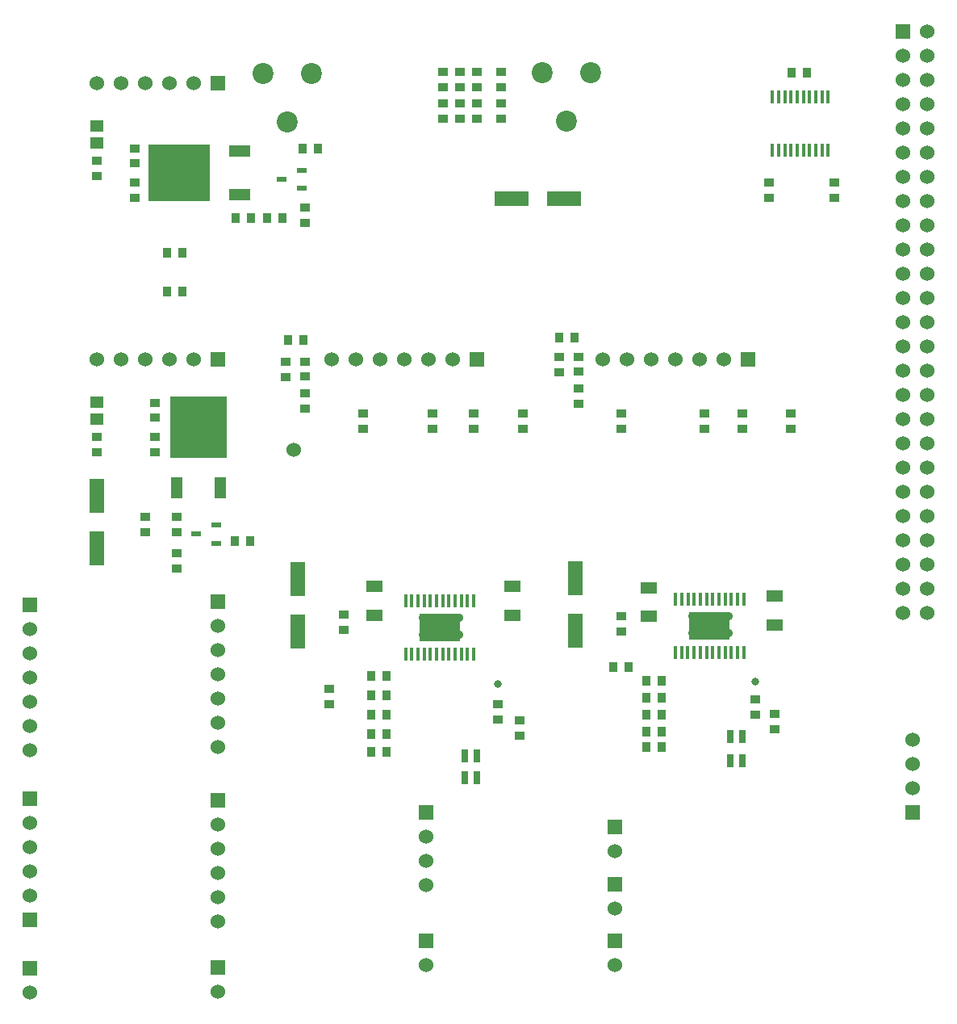
<source format=gts>
G04 (created by PCBNEW (2013-05-18 BZR 4017)-stable) date Wed 17 Dec 2014 21:04:04 GMT*
%MOIN*%
G04 Gerber Fmt 3.4, Leading zero omitted, Abs format*
%FSLAX34Y34*%
G01*
G70*
G90*
G04 APERTURE LIST*
%ADD10C,0.00590551*%
%ADD11R,0.0906X0.0512*%
%ADD12R,0.2559X0.2323*%
%ADD13C,0.0315*%
%ADD14R,0.0165X0.0579*%
%ADD15C,0.06*%
%ADD16R,0.0394X0.0236*%
%ADD17R,0.029X0.054*%
%ADD18R,0.0709X0.0453*%
%ADD19R,0.0374X0.0394*%
%ADD20R,0.0394X0.0374*%
%ADD21R,0.06X0.06*%
%ADD22R,0.0512X0.0906*%
%ADD23R,0.2323X0.2559*%
%ADD24R,0.1417X0.063*%
%ADD25R,0.063X0.1417*%
%ADD26R,0.0571X0.0453*%
%ADD27C,0.0866*%
%ADD28R,0.1701X0.1181*%
%ADD29C,0.0354*%
G04 APERTURE END LIST*
G54D10*
G54D11*
X41500Y-26400D03*
G54D12*
X39000Y-25500D03*
G54D11*
X41500Y-24600D03*
G54D13*
X52150Y-46600D03*
X62800Y-46500D03*
G54D14*
X64522Y-24552D03*
X64778Y-24552D03*
X65034Y-24552D03*
X65290Y-24552D03*
X63758Y-22350D03*
X63754Y-24552D03*
X64010Y-24552D03*
X64266Y-24552D03*
X65546Y-22348D03*
X65290Y-22348D03*
X65034Y-22348D03*
X64778Y-22348D03*
X64522Y-22348D03*
X64266Y-22348D03*
X65546Y-24552D03*
X64010Y-22350D03*
X63498Y-24552D03*
X65802Y-24552D03*
X65802Y-22348D03*
X63498Y-22348D03*
G54D15*
X43708Y-36904D03*
G54D16*
X40516Y-40775D03*
X39684Y-40400D03*
X40516Y-40025D03*
X44066Y-26125D03*
X43234Y-25750D03*
X44066Y-25375D03*
G54D17*
X50800Y-49550D03*
X51300Y-49550D03*
X62250Y-48750D03*
X61750Y-48750D03*
X62250Y-49750D03*
X61750Y-49750D03*
X50800Y-50450D03*
X51300Y-50450D03*
G54D18*
X52750Y-42559D03*
X52750Y-43741D03*
X47050Y-42559D03*
X47050Y-43741D03*
X63600Y-42959D03*
X63600Y-44141D03*
X58400Y-42609D03*
X58400Y-43791D03*
G54D19*
X54685Y-32300D03*
X55315Y-32300D03*
X47565Y-48650D03*
X46935Y-48650D03*
X43485Y-32400D03*
X44115Y-32400D03*
X64285Y-21350D03*
X64915Y-21350D03*
X41965Y-27350D03*
X41335Y-27350D03*
G54D20*
X35600Y-25615D03*
X35600Y-24985D03*
X35600Y-37015D03*
X35600Y-36385D03*
X37150Y-25885D03*
X37150Y-26515D03*
X38000Y-36385D03*
X38000Y-37015D03*
X38900Y-41815D03*
X38900Y-41185D03*
X44200Y-26935D03*
X44200Y-27565D03*
G54D19*
X41285Y-40700D03*
X41915Y-40700D03*
G54D20*
X38900Y-40315D03*
X38900Y-39685D03*
G54D19*
X58915Y-48550D03*
X58285Y-48550D03*
X58285Y-49200D03*
X58915Y-49200D03*
X56935Y-45900D03*
X57565Y-45900D03*
G54D20*
X45200Y-47415D03*
X45200Y-46785D03*
G54D19*
X46935Y-49400D03*
X47565Y-49400D03*
X43265Y-27350D03*
X42635Y-27350D03*
G54D20*
X44200Y-34585D03*
X44200Y-35215D03*
X55500Y-34385D03*
X55500Y-35015D03*
X63350Y-26515D03*
X63350Y-25885D03*
G54D21*
X40600Y-43200D03*
G54D15*
X40600Y-44200D03*
X40600Y-45200D03*
X40600Y-46200D03*
X40600Y-47200D03*
X40600Y-48200D03*
X40600Y-49200D03*
G54D21*
X32829Y-43313D03*
G54D15*
X32829Y-44313D03*
X32829Y-45313D03*
X32829Y-46313D03*
X32829Y-47313D03*
X32829Y-48313D03*
X32829Y-49313D03*
G54D21*
X62500Y-33200D03*
G54D15*
X61500Y-33200D03*
X60500Y-33200D03*
X59500Y-33200D03*
X58500Y-33200D03*
X57500Y-33200D03*
X56500Y-33200D03*
G54D21*
X51300Y-33200D03*
G54D15*
X50300Y-33200D03*
X49300Y-33200D03*
X48300Y-33200D03*
X47300Y-33200D03*
X46300Y-33200D03*
X45300Y-33200D03*
G54D21*
X40600Y-21800D03*
G54D15*
X39600Y-21800D03*
X38600Y-21800D03*
X37600Y-21800D03*
X36600Y-21800D03*
X35600Y-21800D03*
G54D21*
X69300Y-51900D03*
G54D15*
X69300Y-50900D03*
X69300Y-49900D03*
X69300Y-48900D03*
G54D21*
X49200Y-51900D03*
G54D15*
X49200Y-52900D03*
X49200Y-53900D03*
X49200Y-54900D03*
G54D21*
X32829Y-58313D03*
G54D15*
X32829Y-59313D03*
G54D21*
X57000Y-57200D03*
G54D15*
X57000Y-58200D03*
G54D21*
X57000Y-54850D03*
G54D15*
X57000Y-55850D03*
G54D21*
X57000Y-52500D03*
G54D15*
X57000Y-53500D03*
G54D21*
X68874Y-19639D03*
G54D15*
X69874Y-19639D03*
X68874Y-24639D03*
X69874Y-20639D03*
X68874Y-25639D03*
X69874Y-21639D03*
X68874Y-26639D03*
X69874Y-22639D03*
X68874Y-27639D03*
X69874Y-23639D03*
X68874Y-28639D03*
X69874Y-24639D03*
X68874Y-29639D03*
X69874Y-25639D03*
X68874Y-30639D03*
X69874Y-26639D03*
X68874Y-31639D03*
X69874Y-27639D03*
X68874Y-32639D03*
X69874Y-28639D03*
X68874Y-33639D03*
X69874Y-29639D03*
X68874Y-34639D03*
X69874Y-30639D03*
X69874Y-31639D03*
X68874Y-35639D03*
X69874Y-32639D03*
X69874Y-34639D03*
X69874Y-35639D03*
X69874Y-36639D03*
X69874Y-37639D03*
X68874Y-36639D03*
X68874Y-37639D03*
X68874Y-20639D03*
X68874Y-21639D03*
X68874Y-22639D03*
X68874Y-23639D03*
X68874Y-38639D03*
X69874Y-38639D03*
X69874Y-33639D03*
X68874Y-39639D03*
X69874Y-39639D03*
X68874Y-40639D03*
X69874Y-40639D03*
X68874Y-41639D03*
X69874Y-41639D03*
X68874Y-42639D03*
X69874Y-42639D03*
X68874Y-43639D03*
X69874Y-43639D03*
G54D20*
X38000Y-34985D03*
X38000Y-35600D03*
X37150Y-24485D03*
X37150Y-25100D03*
X44200Y-33285D03*
X44200Y-33900D03*
X55500Y-33085D03*
X55500Y-33700D03*
G54D22*
X38900Y-38500D03*
G54D23*
X39800Y-36000D03*
G54D22*
X40700Y-38500D03*
G54D24*
X52717Y-26550D03*
X54883Y-26550D03*
G54D25*
X43900Y-44433D03*
X43900Y-42267D03*
X55350Y-44383D03*
X55350Y-42217D03*
X35600Y-38817D03*
X35600Y-40983D03*
G54D26*
X35600Y-24254D03*
X35600Y-23546D03*
X35600Y-35654D03*
X35600Y-34946D03*
G54D20*
X45800Y-43735D03*
X45800Y-44365D03*
X57250Y-43785D03*
X57250Y-44415D03*
X52150Y-47435D03*
X52150Y-48065D03*
X62800Y-47235D03*
X62800Y-47865D03*
X54700Y-33085D03*
X54700Y-33715D03*
X43400Y-33285D03*
X43400Y-33915D03*
X66050Y-26515D03*
X66050Y-25885D03*
X53050Y-48715D03*
X53050Y-48085D03*
G54D19*
X58915Y-47850D03*
X58285Y-47850D03*
X58915Y-47150D03*
X58285Y-47150D03*
G54D20*
X63600Y-48465D03*
X63600Y-47835D03*
G54D19*
X47565Y-47050D03*
X46935Y-47050D03*
X47565Y-47850D03*
X46935Y-47850D03*
G54D21*
X32829Y-51313D03*
G54D15*
X32829Y-52313D03*
X32829Y-53313D03*
X32829Y-54313D03*
G54D21*
X32829Y-56313D03*
G54D15*
X32829Y-55313D03*
G54D21*
X40600Y-33200D03*
G54D15*
X39600Y-33200D03*
X38600Y-33200D03*
X37600Y-33200D03*
X36600Y-33200D03*
X35600Y-33200D03*
G54D21*
X40600Y-51400D03*
G54D15*
X40600Y-52400D03*
X40600Y-53400D03*
X40600Y-54400D03*
X40600Y-55400D03*
X40600Y-56400D03*
G54D21*
X40600Y-58300D03*
G54D15*
X40600Y-59300D03*
G54D27*
X43450Y-23400D03*
X44450Y-21400D03*
X42450Y-21400D03*
X55000Y-23350D03*
X56000Y-21350D03*
X54000Y-21350D03*
G54D20*
X57250Y-35435D03*
X57250Y-36065D03*
X60700Y-36065D03*
X60700Y-35435D03*
X62250Y-35435D03*
X62250Y-36065D03*
X64250Y-36065D03*
X64250Y-35435D03*
X46600Y-35435D03*
X46600Y-36065D03*
X49450Y-36065D03*
X49450Y-35435D03*
X51150Y-35435D03*
X51150Y-36065D03*
X53200Y-36065D03*
X53200Y-35435D03*
G54D19*
X46935Y-46250D03*
X47565Y-46250D03*
X58285Y-46450D03*
X58915Y-46450D03*
G54D20*
X37600Y-39685D03*
X37600Y-40315D03*
G54D19*
X44715Y-24500D03*
X44085Y-24500D03*
G54D14*
X49622Y-45352D03*
X49878Y-45352D03*
X50134Y-45352D03*
X50390Y-45352D03*
X48858Y-43150D03*
X48854Y-45352D03*
X49110Y-45352D03*
X49366Y-45352D03*
X50646Y-43148D03*
X50390Y-43148D03*
X50134Y-43148D03*
X49878Y-43148D03*
X49622Y-43148D03*
X49366Y-43148D03*
X50646Y-45352D03*
X49110Y-43150D03*
X48598Y-45352D03*
X50902Y-45352D03*
X50902Y-43148D03*
X48598Y-43148D03*
X48343Y-45352D03*
X51157Y-45352D03*
X51157Y-43148D03*
X48343Y-43148D03*
G54D28*
X49750Y-44250D03*
G54D29*
X49050Y-43850D03*
X49550Y-43850D03*
X50050Y-43850D03*
X50550Y-43850D03*
X49300Y-44200D03*
X49800Y-44200D03*
X50300Y-44200D03*
X49050Y-44550D03*
X49550Y-44550D03*
X50050Y-44550D03*
X50550Y-44550D03*
G54D14*
X60772Y-45302D03*
X61028Y-45302D03*
X61284Y-45302D03*
X61540Y-45302D03*
X60008Y-43100D03*
X60004Y-45302D03*
X60260Y-45302D03*
X60516Y-45302D03*
X61796Y-43098D03*
X61540Y-43098D03*
X61284Y-43098D03*
X61028Y-43098D03*
X60772Y-43098D03*
X60516Y-43098D03*
X61796Y-45302D03*
X60260Y-43100D03*
X59748Y-45302D03*
X62052Y-45302D03*
X62052Y-43098D03*
X59748Y-43098D03*
X59493Y-45302D03*
X62307Y-45302D03*
X62307Y-43098D03*
X59493Y-43098D03*
G54D28*
X60900Y-44200D03*
G54D29*
X60200Y-43800D03*
X60700Y-43800D03*
X61200Y-43800D03*
X61700Y-43800D03*
X60450Y-44150D03*
X60950Y-44150D03*
X61450Y-44150D03*
X60200Y-44500D03*
X60700Y-44500D03*
X61200Y-44500D03*
X61700Y-44500D03*
G54D21*
X49200Y-57200D03*
G54D15*
X49200Y-58200D03*
G54D20*
X49900Y-21335D03*
X49900Y-21950D03*
X50600Y-21335D03*
X50600Y-21950D03*
X51300Y-21335D03*
X51300Y-21950D03*
X52300Y-21335D03*
X52300Y-21950D03*
X49900Y-22635D03*
X49900Y-23265D03*
X50600Y-22635D03*
X50600Y-23265D03*
X51300Y-22635D03*
X51300Y-23265D03*
X52300Y-22635D03*
X52300Y-23265D03*
G54D19*
X39115Y-28800D03*
X38485Y-28800D03*
X39115Y-30400D03*
X38485Y-30400D03*
M02*

</source>
